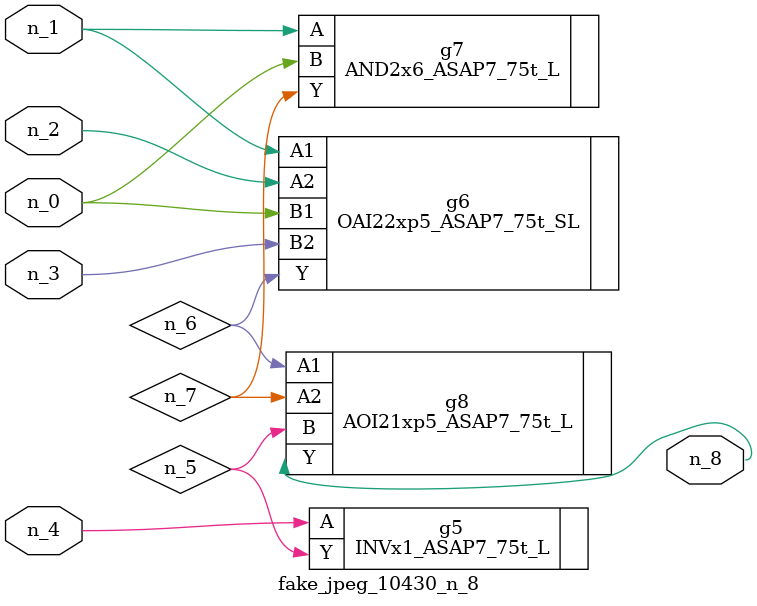
<source format=v>
module fake_jpeg_10430_n_8 (n_3, n_2, n_1, n_0, n_4, n_8);

input n_3;
input n_2;
input n_1;
input n_0;
input n_4;

output n_8;

wire n_6;
wire n_5;
wire n_7;

INVx1_ASAP7_75t_L g5 ( 
.A(n_4),
.Y(n_5)
);

OAI22xp5_ASAP7_75t_SL g6 ( 
.A1(n_1),
.A2(n_2),
.B1(n_0),
.B2(n_3),
.Y(n_6)
);

AND2x6_ASAP7_75t_L g7 ( 
.A(n_1),
.B(n_0),
.Y(n_7)
);

AOI21xp5_ASAP7_75t_L g8 ( 
.A1(n_6),
.A2(n_7),
.B(n_5),
.Y(n_8)
);


endmodule
</source>
